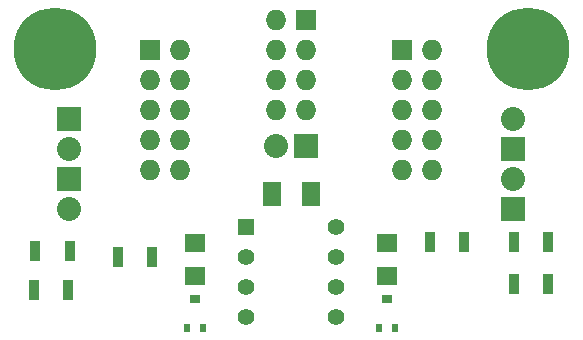
<source format=gts>
%FSLAX46Y46*%
G04 Gerber Fmt 4.6, Leading zero omitted, Abs format (unit mm)*
G04 Created by KiCad (PCBNEW (2014-09-25 BZR 5147)-product) date vr 26 sep 2014 03:31:45 CEST*
%MOMM*%
G01*
G04 APERTURE LIST*
%ADD10C,0.100000*%
%ADD11R,1.727200X1.727200*%
%ADD12O,1.727200X1.727200*%
%ADD13C,7.000000*%
%ADD14R,1.800860X1.597660*%
%ADD15R,2.032000X2.032000*%
%ADD16O,2.032000X2.032000*%
%ADD17R,0.600000X0.700000*%
%ADD18R,0.900000X0.700000*%
%ADD19R,1.397000X1.397000*%
%ADD20C,1.397000*%
%ADD21R,1.524000X2.032000*%
%ADD22R,0.900000X1.700000*%
G04 APERTURE END LIST*
D10*
D11*
X134366000Y-65024000D03*
D12*
X136906000Y-65024000D03*
X134366000Y-67564000D03*
X136906000Y-67564000D03*
X134366000Y-70104000D03*
X136906000Y-70104000D03*
X134366000Y-72644000D03*
X136906000Y-72644000D03*
X134366000Y-75184000D03*
X136906000Y-75184000D03*
D13*
X145000000Y-65000000D03*
D14*
X116840000Y-84223860D03*
X116840000Y-81384140D03*
X133096000Y-84223860D03*
X133096000Y-81384140D03*
D15*
X106172000Y-75946000D03*
D16*
X106172000Y-78486000D03*
D15*
X106172000Y-70866000D03*
D16*
X106172000Y-73406000D03*
D11*
X113030000Y-65024000D03*
D12*
X115570000Y-65024000D03*
X113030000Y-67564000D03*
X115570000Y-67564000D03*
X113030000Y-70104000D03*
X115570000Y-70104000D03*
X113030000Y-72644000D03*
X115570000Y-72644000D03*
X113030000Y-75184000D03*
X115570000Y-75184000D03*
D15*
X143764000Y-78486000D03*
D16*
X143764000Y-75946000D03*
D15*
X143764000Y-73406000D03*
D16*
X143764000Y-70866000D03*
D17*
X116190000Y-88576000D03*
X117490000Y-88576000D03*
D18*
X116840000Y-86176000D03*
D17*
X132446000Y-88576000D03*
X133746000Y-88576000D03*
D18*
X133096000Y-86176000D03*
D19*
X121158000Y-80010000D03*
D20*
X121158000Y-82550000D03*
X121158000Y-85090000D03*
X121158000Y-87630000D03*
X128778000Y-87630000D03*
X128778000Y-85090000D03*
X128778000Y-82550000D03*
X128778000Y-80010000D03*
D13*
X105000000Y-65000000D03*
D11*
X126238000Y-62484000D03*
D12*
X123698000Y-62484000D03*
X126238000Y-65024000D03*
X123698000Y-65024000D03*
X126238000Y-67564000D03*
X123698000Y-67564000D03*
X126238000Y-70104000D03*
X123698000Y-70104000D03*
D15*
X126238000Y-73152000D03*
D16*
X123698000Y-73152000D03*
D21*
X126619000Y-77216000D03*
X123317000Y-77216000D03*
D22*
X106225000Y-82042000D03*
X103325000Y-82042000D03*
X103198000Y-85344000D03*
X106098000Y-85344000D03*
X113210000Y-82550000D03*
X110310000Y-82550000D03*
X143838000Y-81280000D03*
X146738000Y-81280000D03*
X143838000Y-84836000D03*
X146738000Y-84836000D03*
X136726000Y-81280000D03*
X139626000Y-81280000D03*
M02*

</source>
